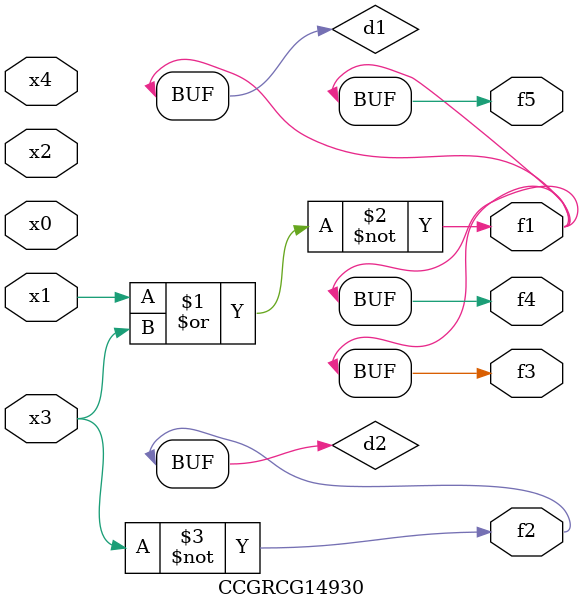
<source format=v>
module CCGRCG14930(
	input x0, x1, x2, x3, x4,
	output f1, f2, f3, f4, f5
);

	wire d1, d2;

	nor (d1, x1, x3);
	not (d2, x3);
	assign f1 = d1;
	assign f2 = d2;
	assign f3 = d1;
	assign f4 = d1;
	assign f5 = d1;
endmodule

</source>
